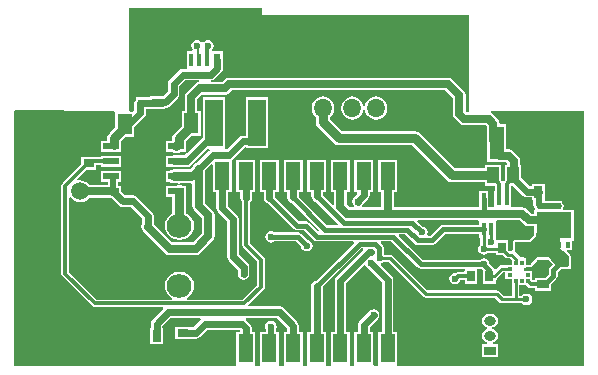
<source format=gbr>
%TF.GenerationSoftware,Altium Limited,Altium Designer,20.2.4 (192)*%
G04 Layer_Physical_Order=1*
G04 Layer_Color=255*
%FSLAX26Y26*%
%MOIN*%
%TF.SameCoordinates,588C5E66-93D0-4E9F-B3F3-82FDCAC5A583*%
%TF.FilePolarity,Positive*%
%TF.FileFunction,Copper,L1,Top,Signal*%
%TF.Part,Single*%
G01*
G75*
%TA.AperFunction,SMDPad,CuDef*%
%ADD10R,0.015866X0.027953*%
%ADD11R,0.027559X0.035433*%
%ADD12R,0.016929X0.013780*%
%ADD13R,0.013780X0.016929*%
%ADD14R,0.038433X0.030000*%
%TA.AperFunction,ConnectorPad*%
%ADD15R,0.023622X0.043307*%
%ADD16R,0.015748X0.043307*%
%TA.AperFunction,SMDPad,CuDef*%
%ADD17R,0.090551X0.129921*%
%ADD18R,0.055118X0.021654*%
%ADD19R,0.048819X0.110630*%
%ADD20R,0.035433X0.027559*%
%ADD21R,0.059055X0.157480*%
%TA.AperFunction,ConnectorPad*%
%ADD22R,0.049213X0.094488*%
%TA.AperFunction,SMDPad,CuDef*%
%ADD23R,0.048819X0.068000*%
%ADD24R,0.011811X0.019685*%
%ADD25R,0.118110X0.086614*%
%ADD26R,0.016535X0.042000*%
%ADD27R,0.039370X0.055118*%
%ADD28R,0.030000X0.038433*%
%TA.AperFunction,Conductor*%
%ADD29C,0.027559*%
%ADD30C,0.019685*%
%ADD31C,0.031496*%
%ADD32C,0.023622*%
%ADD33C,0.015748*%
%ADD34C,0.013780*%
%ADD35C,0.009842*%
%ADD36C,0.017716*%
%ADD37C,0.011811*%
%TA.AperFunction,NonConductor*%
%ADD38C,0.007874*%
%TA.AperFunction,Conductor*%
%ADD39C,0.007874*%
%TA.AperFunction,ComponentPad*%
%ADD40O,0.082677X0.078740*%
%ADD41O,0.035433X0.076772*%
%ADD42O,0.041339X0.061024*%
%ADD43C,0.059055*%
%ADD44R,0.059055X0.059055*%
%ADD45O,0.059055X0.062992*%
%ADD46R,0.051181X0.068898*%
%TA.AperFunction,ViaPad*%
%ADD47C,0.157480*%
%TA.AperFunction,ComponentPad*%
%ADD48R,0.031496X0.040000*%
%ADD49O,0.031496X0.040000*%
%ADD50O,0.040000X0.031496*%
%ADD51R,0.040000X0.031496*%
%TA.AperFunction,ViaPad*%
%ADD52C,0.023622*%
%ADD53C,0.019685*%
G36*
X620704Y951126D02*
X613906Y949774D01*
X607004Y945162D01*
X578854Y917012D01*
X574242Y910110D01*
X572623Y901969D01*
Y854079D01*
X562402D01*
Y804831D01*
X538655Y781085D01*
X533608Y773532D01*
X531836Y764622D01*
X531836Y764621D01*
Y755707D01*
X530460Y754331D01*
X508661D01*
Y718504D01*
X530689D01*
X536366Y714711D01*
X545276Y712938D01*
X554185Y714711D01*
X559862Y718504D01*
X577595D01*
X580878Y714716D01*
X571847Y705685D01*
X535433D01*
X528624Y704331D01*
X508661D01*
Y668504D01*
X528624D01*
X535433Y667149D01*
X579828D01*
X587202Y668616D01*
X593453Y672793D01*
X649707Y729047D01*
X654367Y728544D01*
X655789Y724077D01*
X653108Y722286D01*
X611638Y680815D01*
X610953Y680679D01*
X604051Y676067D01*
X599439Y669165D01*
X599303Y668481D01*
X590521Y659699D01*
X535433D01*
X526524Y657927D01*
X521141Y654331D01*
X508661D01*
Y618504D01*
X521141D01*
X526524Y614908D01*
X535433Y613135D01*
X551774D01*
X552266Y608135D01*
X546271Y606943D01*
X542362Y604331D01*
X508661D01*
Y568504D01*
X531899D01*
Y513110D01*
X529784Y512234D01*
X520079Y504787D01*
X512633Y495082D01*
X507952Y483781D01*
X506355Y471654D01*
X507952Y459526D01*
X512633Y448225D01*
X520079Y438520D01*
X529784Y431074D01*
X541085Y426393D01*
X553212Y424796D01*
X557149D01*
X569277Y426393D01*
X580578Y431074D01*
X590283Y438520D01*
X597729Y448225D01*
X602410Y459526D01*
X604007Y471654D01*
X602410Y483781D01*
X597729Y495082D01*
X590283Y504787D01*
X580578Y512234D01*
X578463Y513110D01*
Y585433D01*
X577953Y587999D01*
Y604331D01*
X568000D01*
X564091Y606943D01*
X558096Y608135D01*
X558588Y613135D01*
X594488D01*
X597820Y610401D01*
Y538583D01*
X599439Y530441D01*
X604051Y523539D01*
X629458Y498132D01*
Y444978D01*
X600440Y415960D01*
X531809D01*
X469033Y478736D01*
Y502983D01*
X467566Y510357D01*
X463389Y516608D01*
X440451Y539545D01*
X439601Y540818D01*
X413645Y566774D01*
X407394Y570951D01*
X400021Y572417D01*
X374910D01*
X361417Y585910D01*
Y604331D01*
X351906D01*
Y618504D01*
X361417D01*
Y654331D01*
X292126D01*
Y618504D01*
X317385D01*
Y607692D01*
X254586D01*
X250874Y612531D01*
X243225Y618400D01*
X234318Y622089D01*
X224760Y623347D01*
X217486Y622390D01*
X215150Y627125D01*
X246883Y658858D01*
X277756D01*
Y674051D01*
X292126D01*
Y668504D01*
X361417D01*
Y704331D01*
X292126D01*
Y700544D01*
X277756D01*
Y700591D01*
X228150D01*
Y677592D01*
X165393Y614836D01*
X162522Y610538D01*
X161513Y605469D01*
X161514Y605468D01*
Y312101D01*
X161513Y312100D01*
X162522Y307031D01*
X165393Y302733D01*
X265071Y203056D01*
X265071Y203055D01*
X269369Y200184D01*
X274438Y199176D01*
X274439Y199176D01*
X499491D01*
X501562Y194176D01*
X465116Y157730D01*
X460939Y151479D01*
X459472Y144105D01*
Y130433D01*
X455906D01*
Y76260D01*
X501575D01*
Y130433D01*
X498008D01*
Y136124D01*
X525692Y163809D01*
X624664D01*
X626181Y158809D01*
X625155Y158124D01*
X600856Y133824D01*
X591339D01*
Y135422D01*
X541732D01*
Y93690D01*
X591339D01*
Y95288D01*
X608837D01*
X616210Y96755D01*
X622461Y100931D01*
X646761Y125231D01*
X754756D01*
X757307Y122681D01*
Y117323D01*
X744882D01*
Y10346D01*
X744882Y8661D01*
X741255Y5346D01*
X111546D01*
X106754Y4385D01*
X86126Y3844D01*
X75872Y5346D01*
X4518D01*
Y852535D01*
X5598D01*
X5603Y855691D01*
X170958D01*
X170957Y855691D01*
X174760Y852535D01*
X336807D01*
X341142Y850929D01*
X341142Y847535D01*
Y799123D01*
X322120Y780101D01*
X317073Y772548D01*
X315301Y763638D01*
X315301Y763637D01*
Y754331D01*
X292126D01*
Y718504D01*
X331385D01*
X338583Y717072D01*
X345781Y718504D01*
X361417D01*
Y738105D01*
X361865Y740354D01*
Y753994D01*
X376627Y768756D01*
X404134D01*
Y800895D01*
X437838Y834599D01*
X442014Y840850D01*
X443481Y848223D01*
Y861433D01*
X455980D01*
Y859394D01*
X508587D01*
Y863354D01*
X515248Y864679D01*
X521499Y868856D01*
X549058Y896415D01*
X553234Y902666D01*
X554701Y910039D01*
Y936310D01*
X574516Y956126D01*
X620212D01*
X620704Y951126D01*
D02*
G37*
G36*
X831290Y1172668D02*
X1520266D01*
Y854204D01*
X1520266Y852535D01*
X1516646Y849204D01*
X1513145D01*
X1509464Y852885D01*
Y906091D01*
X1507844Y914232D01*
X1503233Y921135D01*
X1465032Y959335D01*
X1458130Y963947D01*
X1449989Y965566D01*
X721457D01*
X713315Y963947D01*
X706413Y959335D01*
X698471Y951393D01*
X661284D01*
X660792Y956393D01*
X666822Y957593D01*
X673073Y961769D01*
X694727Y983423D01*
X698903Y989674D01*
X700370Y997047D01*
Y1025591D01*
X700000Y1027452D01*
Y1054331D01*
X666149D01*
X665200Y1055614D01*
X663934Y1059331D01*
X667407Y1064529D01*
X668874Y1071903D01*
X667407Y1079276D01*
X663231Y1085527D01*
X656980Y1089704D01*
X649606Y1091170D01*
X642233Y1089704D01*
X635982Y1085527D01*
X634390Y1083144D01*
X629390D01*
X627798Y1085527D01*
X621547Y1089704D01*
X614173Y1091170D01*
X606800Y1089704D01*
X600549Y1085527D01*
X596372Y1079276D01*
X594905Y1071903D01*
X596372Y1064529D01*
X599846Y1059331D01*
X598579Y1055614D01*
X597631Y1054331D01*
X579528D01*
Y996851D01*
X575434Y994662D01*
X566535D01*
X559162Y993195D01*
X552911Y989018D01*
X521809Y957916D01*
X517632Y951665D01*
X516165Y944291D01*
Y918020D01*
X501712Y903567D01*
X455980D01*
Y899969D01*
X425976D01*
X421186Y899016D01*
X410177D01*
Y891946D01*
X406412Y886311D01*
X404945Y878938D01*
Y856204D01*
X399670Y850929D01*
X392711D01*
X388377Y852535D01*
X388377Y855929D01*
Y1196290D01*
X831290D01*
Y1172668D01*
D02*
G37*
G36*
X1466914Y897279D02*
Y844073D01*
X1468534Y835931D01*
X1473145Y829029D01*
X1489289Y812886D01*
X1496191Y808274D01*
X1504333Y806654D01*
X1577013D01*
X1580694Y802973D01*
Y757525D01*
X1581103Y755470D01*
Y684494D01*
X1621173D01*
X1623228Y684085D01*
X1643491D01*
X1648016Y679559D01*
Y674479D01*
X1639036D01*
Y623921D01*
X1636794Y621679D01*
X1636215Y620813D01*
X1630937D01*
X1627225Y624580D01*
Y674479D01*
X1573681D01*
Y663115D01*
X1473805D01*
X1356820Y780100D01*
X1349267Y785147D01*
X1340357Y786919D01*
X1340357Y786919D01*
X1097064D01*
X1056747Y827236D01*
Y833525D01*
X1059579Y835697D01*
X1065447Y843346D01*
X1069137Y852253D01*
X1070395Y861811D01*
Y865748D01*
X1069137Y875306D01*
X1065447Y884213D01*
X1059579Y891861D01*
X1051930Y897730D01*
X1043023Y901420D01*
X1033465Y902678D01*
X1023907Y901420D01*
X1015000Y897730D01*
X1007352Y891861D01*
X1001483Y884213D01*
X997793Y875306D01*
X996535Y865748D01*
Y861811D01*
X997793Y852253D01*
X1001483Y843346D01*
X1007352Y835697D01*
X1010183Y833525D01*
Y817593D01*
X1010183Y817593D01*
X1011955Y808683D01*
X1017002Y801130D01*
X1070957Y747175D01*
X1070958Y747174D01*
X1078511Y742128D01*
X1087420Y740355D01*
X1087421Y740355D01*
X1330713D01*
X1447698Y623370D01*
X1455251Y618323D01*
X1464161Y616551D01*
X1464162Y616551D01*
X1573681D01*
Y605188D01*
X1607323D01*
Y588392D01*
X1605216D01*
Y533086D01*
X1584743D01*
Y588196D01*
X1554035D01*
Y533086D01*
X1270291D01*
Y583465D01*
X1280709D01*
Y692126D01*
X1217323D01*
Y583465D01*
X1227741D01*
Y533086D01*
X1166942D01*
X1165077Y538086D01*
X1168421Y543090D01*
X1168817Y545083D01*
X1183900Y560166D01*
X1188077Y566417D01*
X1189544Y573790D01*
Y583465D01*
X1201969D01*
Y692126D01*
X1138583D01*
Y583465D01*
X1145630D01*
X1147701Y578465D01*
X1136995Y567758D01*
X1132819Y561507D01*
X1131352Y554134D01*
Y550463D01*
X1132819Y543090D01*
X1136162Y538086D01*
X1134297Y533086D01*
X1122467D01*
X1112811Y542742D01*
Y583465D01*
X1123228D01*
Y692126D01*
X1059843D01*
Y583465D01*
X1070261D01*
Y541506D01*
X1065641Y539592D01*
X1033047Y572186D01*
Y583465D01*
X1044488D01*
Y692126D01*
X981102D01*
Y583465D01*
X994512D01*
Y569882D01*
X995978Y562508D01*
X1000155Y556258D01*
X1006406Y552081D01*
X1010903Y551186D01*
X1083752Y478338D01*
X1081838Y473718D01*
X1047854D01*
X953323Y568249D01*
Y583465D01*
X965748D01*
Y692126D01*
X902362D01*
Y583465D01*
X914787D01*
Y565945D01*
X916254Y558571D01*
X920431Y552321D01*
X926682Y548144D01*
X931179Y547249D01*
X1020180Y458248D01*
X1018534Y452823D01*
X1017728Y452663D01*
X988148Y482243D01*
X983200Y485549D01*
X977362Y486710D01*
X954153D01*
X874583Y566281D01*
Y583465D01*
X887008D01*
Y692126D01*
X823622D01*
Y583465D01*
X836047D01*
Y563976D01*
X837514Y556603D01*
X841691Y550352D01*
X847942Y546175D01*
X852439Y545281D01*
X937049Y460671D01*
X941997Y457364D01*
X947835Y456203D01*
X971044D01*
X1003387Y423860D01*
X1008336Y420553D01*
X1014173Y419392D01*
X1134826D01*
X1136740Y414773D01*
X1009919Y287952D01*
X1005422Y287058D01*
X999171Y282881D01*
X994994Y276630D01*
X993528Y269256D01*
Y117323D01*
X981102D01*
Y10346D01*
X981102Y8661D01*
X977476Y5346D01*
X969375D01*
X965748Y8661D01*
X965748Y10346D01*
Y117323D01*
X953323D01*
Y138402D01*
X951856Y145775D01*
X947680Y152026D01*
X903005Y196701D01*
X896754Y200878D01*
X889380Y202344D01*
X787378D01*
X785307Y207344D01*
X836138Y258176D01*
X836139Y258176D01*
X839010Y262473D01*
X840018Y267543D01*
X840018Y267543D01*
Y358090D01*
X839010Y363159D01*
X836139Y367457D01*
X836138Y367457D01*
X790806Y412789D01*
Y550234D01*
X791183Y550486D01*
X791380Y550683D01*
X795557Y556934D01*
X797024Y564307D01*
Y583465D01*
X808268D01*
Y692126D01*
X744882D01*
Y583465D01*
X758488D01*
Y565100D01*
X758291Y564111D01*
X759758Y556737D01*
X763935Y550486D01*
X764312Y550234D01*
Y407303D01*
X764312Y407303D01*
X765321Y402233D01*
X768192Y397936D01*
X813525Y352603D01*
Y273029D01*
X766164Y225669D01*
X580596D01*
X579601Y230669D01*
X580578Y231074D01*
X590283Y238520D01*
X597729Y248225D01*
X602410Y259526D01*
X604007Y271654D01*
X602410Y283781D01*
X597729Y295082D01*
X590283Y304787D01*
X580578Y312233D01*
X569277Y316915D01*
X557149Y318511D01*
X553212D01*
X541085Y316915D01*
X529784Y312233D01*
X520079Y304787D01*
X512633Y295082D01*
X507951Y283781D01*
X506355Y271654D01*
X507951Y259526D01*
X512633Y248225D01*
X520079Y238520D01*
X529784Y231074D01*
X530761Y230669D01*
X529766Y225669D01*
X279925D01*
X188007Y317587D01*
Y565188D01*
X192478Y567681D01*
X193007Y567654D01*
X198647Y560304D01*
X206295Y554435D01*
X215202Y550746D01*
X224760Y549487D01*
X234318Y550746D01*
X243225Y554435D01*
X250874Y560304D01*
X254586Y565142D01*
X327688D01*
X353305Y539525D01*
X359556Y535348D01*
X366929Y533882D01*
X392040D01*
X411501Y514420D01*
X412352Y513147D01*
X430497Y495002D01*
Y476638D01*
X430110Y476058D01*
X428490Y467917D01*
X430110Y459775D01*
X434721Y452873D01*
X507953Y379641D01*
X514855Y375029D01*
X522997Y373410D01*
X609252D01*
X617394Y375030D01*
X624296Y379641D01*
X665776Y421122D01*
X670388Y428024D01*
X672008Y436166D01*
Y506945D01*
X670388Y515086D01*
X665776Y521988D01*
X640370Y547395D01*
Y655050D01*
X661522Y676203D01*
X666142Y674289D01*
Y583465D01*
X678567D01*
Y530646D01*
X680034Y523273D01*
X684210Y517022D01*
X714000Y487232D01*
Y368318D01*
X715467Y360945D01*
X719643Y354694D01*
X749641Y324696D01*
Y310747D01*
X751108Y303374D01*
X755284Y297123D01*
X761535Y292946D01*
X768909Y291479D01*
X776282Y292946D01*
X782533Y297123D01*
X786710Y303374D01*
X788177Y310747D01*
Y332677D01*
X786710Y340051D01*
X782533Y346302D01*
X752535Y376300D01*
Y495213D01*
X751069Y502586D01*
X746892Y508837D01*
X717102Y538627D01*
Y583465D01*
X729528D01*
Y691326D01*
X735081Y695037D01*
X773346Y733303D01*
X778346Y732700D01*
Y729134D01*
X851575D01*
Y900787D01*
X778346D01*
Y772264D01*
X765791D01*
X758418Y770797D01*
X752167Y766621D01*
X713476Y727929D01*
X710407D01*
X705906Y729134D01*
X705905Y732929D01*
Y900787D01*
X632677D01*
Y766515D01*
X581741Y715579D01*
X577953Y718862D01*
Y743813D01*
X578400Y746063D01*
X578400Y746063D01*
Y754978D01*
X595327Y771905D01*
X625394D01*
Y854079D01*
X615173D01*
Y893156D01*
X630860Y908843D01*
X707283D01*
X715425Y910463D01*
X722327Y915074D01*
X730269Y923016D01*
X1441176D01*
X1466914Y897279D01*
D02*
G37*
G36*
X1699131Y571387D02*
X1705381Y567211D01*
X1712755Y565744D01*
X1729403D01*
Y558708D01*
X1735228D01*
Y540819D01*
X1736542Y534214D01*
X1740284Y528614D01*
X1741063Y527835D01*
X1738992Y522835D01*
X1737008D01*
Y512021D01*
X1727712D01*
X1712878Y526855D01*
X1705976Y531466D01*
X1697835Y533086D01*
X1661515D01*
Y588196D01*
X1659407D01*
Y605188D01*
X1665330D01*
X1699131Y571387D01*
D02*
G37*
G36*
X1554035Y488195D02*
Y475363D01*
X1433140D01*
X1427303Y474202D01*
X1422354Y470895D01*
X1389449Y437990D01*
X1384010D01*
X1381394Y442990D01*
X1382690Y449508D01*
X1381223Y456881D01*
X1377047Y463132D01*
X1370796Y467309D01*
X1366299Y468204D01*
X1348585Y485917D01*
X1350499Y490536D01*
X1550004D01*
X1554035Y488195D01*
D02*
G37*
G36*
X1703856Y475702D02*
X1710758Y471091D01*
X1718900Y469471D01*
X1737008D01*
Y448029D01*
X1736876Y447486D01*
X1736900Y447332D01*
X1736869Y447179D01*
X1736869Y440001D01*
X1720432Y423564D01*
X1712205D01*
Y423581D01*
X1670473D01*
Y423016D01*
X1670463Y423014D01*
X1668119Y421448D01*
X1666553Y419103D01*
X1666003Y416339D01*
Y391389D01*
X1661003Y387286D01*
X1660433Y387399D01*
X1654284D01*
X1650394Y391289D01*
Y423581D01*
X1612780D01*
X1609601Y427702D01*
X1610334Y432022D01*
X1610334Y432022D01*
Y488195D01*
X1614364Y490536D01*
X1689022D01*
X1703856Y475702D01*
D02*
G37*
G36*
X1554035Y432022D02*
X1557146D01*
Y409232D01*
X1555765Y408309D01*
X1551588Y402058D01*
X1550121Y394685D01*
X1551588Y387312D01*
X1555765Y381061D01*
X1562015Y376884D01*
X1569389Y375417D01*
X1576763Y376884D01*
X1581840Y380277D01*
X1608661D01*
Y373975D01*
X1633080D01*
X1640555Y366499D01*
X1644527Y363845D01*
X1649213Y362913D01*
X1655362D01*
X1662205Y356070D01*
Y341915D01*
X1641142D01*
Y340182D01*
X1629528D01*
X1624842Y339250D01*
X1620870Y336596D01*
X1613677Y329402D01*
X1608918Y328177D01*
Y328177D01*
X1608917Y328177D01*
X1602195D01*
X1602144Y328432D01*
X1598838Y333381D01*
X1588077Y344141D01*
X1586653Y351298D01*
X1582476Y357549D01*
X1576226Y361726D01*
X1568852Y363193D01*
X1561478Y361726D01*
X1557036Y358757D01*
X1365177D01*
X1285343Y438591D01*
X1287256Y443211D01*
X1308642D01*
X1339903Y411950D01*
X1344852Y408644D01*
X1350689Y407483D01*
X1395768D01*
X1401605Y408644D01*
X1406554Y411950D01*
X1439459Y444855D01*
X1554035D01*
Y432022D01*
D02*
G37*
G36*
X1824803Y397638D02*
X1834646Y387795D01*
X1853346Y369094D01*
X1853347Y339165D01*
X1849811Y335630D01*
X1816929Y335630D01*
X1794020Y358539D01*
Y362063D01*
X1790496D01*
X1786417Y366142D01*
X1748032D01*
X1743953Y362063D01*
X1741413D01*
Y359524D01*
X1725394Y343504D01*
Y341915D01*
X1709842D01*
Y362978D01*
X1705919D01*
X1702756Y366142D01*
X1692085Y366142D01*
X1673228Y384999D01*
Y416339D01*
X1723425D01*
X1742126Y435039D01*
X1744095Y437008D01*
X1744094Y447179D01*
X1749095Y451772D01*
X1824803D01*
Y397638D01*
D02*
G37*
G36*
X1903981Y853726D02*
Y852535D01*
X1904125D01*
Y205552D01*
X1904814Y204796D01*
Y204796D01*
Y204796D01*
D01*
X1904814Y43236D01*
X1904125Y42479D01*
Y5346D01*
X1833576D01*
X1823322Y3844D01*
X1802694Y4385D01*
X1797903Y5346D01*
X1284335D01*
X1280709Y8661D01*
X1280709Y10346D01*
Y117323D01*
X1268284D01*
Y290570D01*
X1266817Y297944D01*
X1262640Y304195D01*
X1226359Y340476D01*
X1228005Y345902D01*
X1230665Y346431D01*
X1236337Y350221D01*
X1251995D01*
X1366995Y235221D01*
X1370967Y232567D01*
X1375652Y231635D01*
X1606949D01*
X1621164Y217420D01*
X1625136Y214766D01*
X1629821Y213834D01*
X1697212D01*
X1698135Y212453D01*
X1704386Y208276D01*
X1711760Y206809D01*
X1719133Y208276D01*
X1725384Y212453D01*
X1729561Y218703D01*
X1731027Y226077D01*
X1729561Y233451D01*
X1725384Y239701D01*
X1719133Y243878D01*
X1711760Y245345D01*
X1704386Y243878D01*
X1698135Y239701D01*
X1697212Y238320D01*
X1688424D01*
Y273215D01*
X1709842D01*
X1709842Y273214D01*
Y273214D01*
X1713473Y270298D01*
X1716681Y267089D01*
X1721304Y264000D01*
X1726758Y262915D01*
X1741413D01*
Y254079D01*
X1794020D01*
Y276680D01*
X1811451Y294112D01*
X1814758Y299060D01*
X1815919Y304898D01*
Y316459D01*
X1827865Y328404D01*
X1849811Y328404D01*
X1850219Y328486D01*
X1858980D01*
Y334841D01*
X1860022Y336400D01*
X1860572Y339165D01*
X1860572Y369094D01*
X1860022Y371859D01*
X1858456Y374203D01*
X1846727Y385932D01*
X1848641Y390551D01*
X1863386D01*
Y422047D01*
X1869291D01*
Y522835D01*
X1834908D01*
X1832866Y527835D01*
X1834845Y530796D01*
X1836159Y537402D01*
X1834845Y544007D01*
X1831890Y548429D01*
Y554331D01*
X1820565D01*
X1818898Y554662D01*
X1775879D01*
X1773576Y558709D01*
Y611315D01*
X1729403D01*
Y604279D01*
X1720736D01*
X1692579Y632437D01*
Y674479D01*
X1690566D01*
Y688372D01*
X1688947Y696513D01*
X1684335Y703415D01*
X1667347Y720404D01*
X1660445Y725015D01*
X1652303Y726635D01*
X1644095D01*
Y809297D01*
X1623244D01*
Y811785D01*
X1621624Y819927D01*
X1617012Y826829D01*
X1600869Y842973D01*
X1593967Y847585D01*
X1594707Y852535D01*
X1728871D01*
X1730492Y854012D01*
X1903981Y853726D01*
D02*
G37*
G36*
X1785387Y356954D02*
X1787499Y355542D01*
X1788910Y353430D01*
X1799329Y343012D01*
X1789879Y333563D01*
X1786573Y328614D01*
X1785412Y322777D01*
Y311216D01*
X1772448Y298252D01*
X1741413D01*
Y291416D01*
X1732660D01*
X1730905Y293170D01*
Y294278D01*
Y322230D01*
X1705118D01*
Y331876D01*
X1709842D01*
Y333648D01*
X1730905D01*
Y337409D01*
X1732069Y339150D01*
X1732270Y340162D01*
X1746523Y354414D01*
X1747540Y355937D01*
X1749062Y356954D01*
X1751024Y358916D01*
X1783425D01*
X1785387Y356954D01*
D02*
G37*
G36*
X1348072Y332718D02*
X1353021Y329411D01*
X1358859Y328250D01*
X1500405D01*
X1505374Y328177D01*
X1505374Y321159D01*
X1501839Y317624D01*
X1484759D01*
X1479306Y316539D01*
X1475520Y314009D01*
X1473805Y314350D01*
X1466431Y312884D01*
X1460180Y308707D01*
X1456004Y302456D01*
X1454537Y295082D01*
X1456004Y287709D01*
X1460180Y281458D01*
X1466431Y277281D01*
X1473805Y275815D01*
X1481178Y277281D01*
X1487429Y281458D01*
X1491606Y287709D01*
X1491887Y289124D01*
X1505374D01*
Y278571D01*
X1547107D01*
X1547107Y328177D01*
X1552076Y328250D01*
X1558296D01*
X1561478Y326124D01*
X1563316Y325758D01*
X1567185Y321889D01*
Y278571D01*
X1608918D01*
Y291917D01*
X1609648Y292063D01*
X1613620Y294717D01*
X1634599Y315696D01*
X1641142D01*
Y294278D01*
X1662205D01*
Y273215D01*
X1663938D01*
Y238320D01*
X1634892D01*
X1620677Y252535D01*
X1616705Y255189D01*
X1612020Y256121D01*
X1380723D01*
X1265723Y371121D01*
X1261751Y373775D01*
X1257066Y374707D01*
X1239020D01*
X1236916Y377857D01*
X1235533Y378780D01*
Y398884D01*
X1234372Y404722D01*
X1231066Y409670D01*
X1225964Y414773D01*
X1227877Y419392D01*
X1261398D01*
X1348072Y332718D01*
D02*
G37*
G36*
X1175857Y338293D02*
X1179505Y332832D01*
X1229748Y282589D01*
Y117323D01*
X1217323D01*
Y10346D01*
X1217323Y8661D01*
X1213697Y5346D01*
X1205595D01*
X1201969Y8661D01*
X1201969Y10346D01*
Y117323D01*
X1189544D01*
Y134226D01*
X1215790Y160472D01*
X1219966Y166723D01*
X1221433Y174097D01*
X1219966Y181470D01*
X1215790Y187721D01*
X1209539Y191898D01*
X1202165Y193364D01*
X1194792Y191898D01*
X1188541Y187721D01*
X1156651Y155832D01*
X1152475Y149581D01*
X1151008Y142207D01*
Y117323D01*
X1138583D01*
Y10346D01*
X1138583Y8661D01*
X1134956Y5346D01*
X1126855D01*
X1123229Y8661D01*
X1123228Y10346D01*
Y117323D01*
X1110803D01*
Y280310D01*
X1170446Y339952D01*
X1175857Y338293D01*
D02*
G37*
G36*
X1165371Y395876D02*
X1167208Y391213D01*
X1077911Y301915D01*
X1073735Y295664D01*
X1072268Y288291D01*
Y117323D01*
X1059843D01*
Y10346D01*
X1059843Y8661D01*
X1056216Y5346D01*
X1048115D01*
X1044488Y8661D01*
X1044488Y10346D01*
Y117323D01*
X1032063D01*
Y266952D01*
X1161401Y396290D01*
X1165371Y395876D01*
D02*
G37*
G36*
X914787Y130421D02*
Y117323D01*
X902362D01*
Y10346D01*
X902362Y8661D01*
X898736Y5346D01*
X890635D01*
X887008Y8661D01*
X887008Y10346D01*
Y117323D01*
X876744D01*
Y127240D01*
X877284Y128048D01*
X878751Y135422D01*
X877284Y142795D01*
X873107Y149046D01*
X866856Y153223D01*
X859483Y154690D01*
X852110Y153223D01*
X845859Y149046D01*
X841682Y142795D01*
X840215Y135422D01*
X841682Y128048D01*
X842222Y127240D01*
Y117323D01*
X823622D01*
Y10346D01*
X823622Y8661D01*
X819995Y5346D01*
X811894D01*
X808268Y8661D01*
X808268Y10346D01*
Y117323D01*
X795843D01*
Y130662D01*
X794376Y138035D01*
X790199Y144286D01*
X776362Y158124D01*
X775336Y158809D01*
X776853Y163809D01*
X881399D01*
X914787Y130421D01*
D02*
G37*
%LPC*%
G36*
X1210630Y902678D02*
X1201072Y901420D01*
X1192165Y897730D01*
X1184516Y891861D01*
X1178648Y884213D01*
X1174958Y875306D01*
X1173833Y866756D01*
X1173700Y865748D01*
X1168820D01*
X1168687Y866756D01*
X1167561Y875306D01*
X1163872Y884213D01*
X1158003Y891861D01*
X1150355Y897730D01*
X1141448Y901420D01*
X1131890Y902678D01*
X1122332Y901420D01*
X1113425Y897730D01*
X1105776Y891861D01*
X1099907Y884213D01*
X1096218Y875306D01*
X1094960Y865748D01*
Y861811D01*
X1096218Y852253D01*
X1099907Y843346D01*
X1105776Y835697D01*
X1113425Y829829D01*
X1122332Y826139D01*
X1131890Y824881D01*
X1141448Y826139D01*
X1150355Y829829D01*
X1158003Y835697D01*
X1163872Y843346D01*
X1167561Y852253D01*
X1168687Y860803D01*
X1168820Y861811D01*
X1173700D01*
X1173833Y860803D01*
X1174958Y852253D01*
X1178648Y843346D01*
X1184516Y835697D01*
X1192165Y829829D01*
X1201072Y826139D01*
X1210630Y824881D01*
X1220188Y826139D01*
X1229095Y829829D01*
X1236743Y835697D01*
X1242612Y843346D01*
X1246302Y852253D01*
X1247560Y861811D01*
Y865748D01*
X1246302Y875306D01*
X1242612Y884213D01*
X1236743Y891861D01*
X1229095Y897730D01*
X1220188Y901420D01*
X1210630Y902678D01*
D02*
G37*
G36*
X860236Y453913D02*
X852863Y452447D01*
X846612Y448270D01*
X842435Y442019D01*
X840968Y434646D01*
X842435Y427272D01*
X846612Y421021D01*
X852863Y416845D01*
X860236Y415378D01*
X867610Y416845D01*
X871422Y419392D01*
X943879D01*
X960775Y402496D01*
X961669Y397998D01*
X965846Y391748D01*
X972097Y387571D01*
X979471Y386104D01*
X986844Y387571D01*
X993095Y391748D01*
X997272Y397998D01*
X998738Y405372D01*
X997272Y412745D01*
X993095Y418996D01*
X986844Y423173D01*
X982347Y424068D01*
X960983Y445432D01*
X956034Y448738D01*
X950197Y449899D01*
X871422D01*
X867610Y452447D01*
X860236Y453913D01*
D02*
G37*
G36*
X1593819Y178794D02*
X1585315D01*
X1576405Y177022D01*
X1568852Y171975D01*
X1563805Y164421D01*
X1562033Y155512D01*
X1563805Y146602D01*
X1568852Y139049D01*
X1576405Y134002D01*
X1581137Y133061D01*
Y127963D01*
X1576405Y127022D01*
X1568852Y121975D01*
X1563805Y114421D01*
X1562033Y105512D01*
X1563805Y96602D01*
X1568852Y89049D01*
X1576405Y84002D01*
X1579701Y83346D01*
X1579209Y78346D01*
X1562480D01*
Y32677D01*
X1616653D01*
Y78346D01*
X1599925D01*
X1599433Y83346D01*
X1602728Y84002D01*
X1610282Y89049D01*
X1615329Y96602D01*
X1617101Y105512D01*
X1615329Y114421D01*
X1610282Y121975D01*
X1602728Y127022D01*
X1597997Y127963D01*
Y133061D01*
X1602728Y134002D01*
X1610282Y139049D01*
X1615329Y146602D01*
X1617101Y155512D01*
X1615329Y164421D01*
X1610282Y171975D01*
X1602728Y177022D01*
X1593819Y178794D01*
D02*
G37*
%LPD*%
D10*
X425197Y877953D02*
D03*
Y956693D02*
D03*
D11*
X1526241Y303374D02*
D03*
X1588052D02*
D03*
X1691339Y398778D02*
D03*
X1629528D02*
D03*
D12*
X1656693Y347624D02*
D03*
Y327939D02*
D03*
Y308254D02*
D03*
Y288569D02*
D03*
X1715354D02*
D03*
Y308254D02*
D03*
Y327939D02*
D03*
Y347624D02*
D03*
D13*
X1676181Y288766D02*
D03*
X1695866D02*
D03*
Y347427D02*
D03*
X1676181D02*
D03*
D14*
X1767716Y276165D02*
D03*
Y339976D02*
D03*
X1832677Y350572D02*
D03*
Y286761D02*
D03*
X482284Y945291D02*
D03*
Y881480D02*
D03*
D15*
X559055Y1025591D02*
D03*
X681102D02*
D03*
D16*
X594488D02*
D03*
X620079D02*
D03*
X645669D02*
D03*
D17*
X435039Y661417D02*
D03*
D18*
X326772Y736417D02*
D03*
Y686417D02*
D03*
Y636417D02*
D03*
Y586417D02*
D03*
X543307Y736417D02*
D03*
Y686417D02*
D03*
Y636417D02*
D03*
Y586417D02*
D03*
D19*
X1612599Y746895D02*
D03*
X1495669D02*
D03*
D20*
X566535Y114556D02*
D03*
Y52745D02*
D03*
X252953Y679724D02*
D03*
Y741535D02*
D03*
D21*
X814961Y814961D02*
D03*
X669291D02*
D03*
D22*
X697835Y62992D02*
D03*
X776575D02*
D03*
X855315D02*
D03*
X934055D02*
D03*
X1012795D02*
D03*
X1091536D02*
D03*
X1170276D02*
D03*
X1249016D02*
D03*
X697835Y637795D02*
D03*
X776575D02*
D03*
X855315D02*
D03*
X934055D02*
D03*
X1012795D02*
D03*
X1091536D02*
D03*
X1170276D02*
D03*
X1249016D02*
D03*
D23*
X476969Y812992D02*
D03*
X593898D02*
D03*
X255709Y809842D02*
D03*
X372638D02*
D03*
D24*
X1850394Y537402D02*
D03*
X1818898D02*
D03*
X1787402D02*
D03*
X1755906D02*
D03*
X1850394Y407480D02*
D03*
X1818898D02*
D03*
X1787402D02*
D03*
X1755906D02*
D03*
D25*
X1803150Y472441D02*
D03*
D26*
X1646161Y560109D02*
D03*
X1620570Y560306D02*
D03*
X1594979Y560109D02*
D03*
X1569389D02*
D03*
Y460109D02*
D03*
X1594979D02*
D03*
X1620570D02*
D03*
X1646161D02*
D03*
D27*
X1665807Y639833D02*
D03*
X1600453D02*
D03*
D28*
X1815300Y585012D02*
D03*
X1751489D02*
D03*
D29*
X333661Y586417D02*
X334646Y585433D01*
X224760Y586417D02*
X333661D01*
X619095Y538583D02*
X650733Y506945D01*
X619095Y538583D02*
Y661024D01*
X650733Y436166D02*
Y506945D01*
X609252Y394685D02*
X650733Y436166D01*
X522997Y394685D02*
X609252D01*
X449765Y467917D02*
X522997Y394685D01*
X1664035Y639833D02*
X1669291Y645089D01*
X1652303Y705360D02*
X1669291Y688372D01*
X1623228Y705360D02*
X1652303D01*
X1612599Y715990D02*
X1623228Y705360D01*
X1669291Y645089D02*
Y688372D01*
X844488Y944291D02*
X1449989D01*
X721457D02*
X844488D01*
X707283Y930118D02*
X721457Y944291D01*
X1488189Y844073D02*
Y906091D01*
X1601969Y757525D02*
Y811785D01*
X1585825Y827929D02*
X1601969Y811785D01*
X1488189Y844073D02*
X1504333Y827929D01*
X1585825D01*
X1612599Y715990D02*
Y746895D01*
X1601969Y757525D02*
X1612599Y746895D01*
X1569389Y511811D02*
X1697835D01*
X1249016D02*
X1569389D01*
X1113654D02*
X1249016D01*
X1091536Y533930D02*
X1113654Y511811D01*
X1697835D02*
X1718900Y490746D01*
X1784844D01*
X1091536Y533930D02*
Y637795D01*
X1249016Y511811D02*
Y637795D01*
X1784844Y490746D02*
X1803150Y472441D01*
X1449989Y944291D02*
X1488189Y906091D01*
X622047Y930118D02*
X707283D01*
X593898Y901969D02*
X622047Y930118D01*
X593898Y812992D02*
Y901969D01*
D30*
X535433Y586417D02*
X554197D01*
X555181Y585433D01*
X859483Y67160D02*
Y135422D01*
X1664035Y633731D02*
Y639833D01*
X1236220Y650591D02*
X1249016Y637795D01*
X855315Y62992D02*
X859483Y67160D01*
X1752489Y540819D02*
X1755906Y537403D01*
X1752489Y540819D02*
Y585012D01*
X673228Y779817D02*
Y807087D01*
X334646Y585433D02*
Y586417D01*
Y636417D01*
X1755906Y537402D02*
Y537403D01*
X1787402Y537402D02*
X1818898D01*
X1755906D02*
X1787402D01*
D31*
X555181Y470936D02*
Y585433D01*
X1033465Y817593D02*
X1087420Y763637D01*
X1340357D02*
X1464161Y639833D01*
X1087420Y763637D02*
X1340357D01*
X545276Y736221D02*
X555118Y746063D01*
Y764622D02*
X593898Y803402D01*
X555118Y746063D02*
Y764622D01*
X593898Y803402D02*
Y812992D01*
X338583Y740354D02*
Y763638D01*
X378346Y803402D01*
X1033465Y817593D02*
Y863779D01*
X1464161Y639833D02*
X1602225D01*
X535433Y636417D02*
X594488D01*
D32*
X619095Y661024D02*
X666732Y708661D01*
X594488Y636417D02*
X619095Y661024D01*
X425976Y526772D02*
X449765Y502983D01*
Y467917D02*
Y502983D01*
X425976Y526772D02*
Y527194D01*
X400021Y553150D02*
X425976Y527194D01*
X366929Y553150D02*
X400021D01*
X777559Y564111D02*
X777756Y564307D01*
Y636614D01*
X776575Y637795D02*
X777756Y636614D01*
X638780Y144499D02*
X762737D01*
X776575Y62992D02*
Y130662D01*
X733268Y368318D02*
X768909Y332677D01*
Y310747D02*
Y332677D01*
X733268Y368318D02*
Y495213D01*
X372638Y809842D02*
X385833D01*
X1664035Y633731D02*
X1712755Y585012D01*
X1752489D01*
X697835Y530646D02*
Y637795D01*
Y530646D02*
X733268Y495213D01*
X1013779Y569882D02*
Y636811D01*
X934055Y565945D02*
Y637795D01*
X855315Y563976D02*
Y637795D01*
X1188284Y385039D02*
X1193508D01*
X1091536Y288291D02*
X1188284Y385039D01*
X1012795Y62992D02*
Y269256D01*
X1091536Y62992D02*
Y288291D01*
X1193130Y346457D02*
X1249016Y290570D01*
Y62992D02*
Y290570D01*
X1150620Y550463D02*
Y554134D01*
X1170276Y573790D01*
Y637795D01*
X517712Y183077D02*
X889380D01*
X934055Y62992D02*
Y138402D01*
X889380Y183077D02*
X934055Y138402D01*
X1170276Y62992D02*
Y142207D01*
X1202165Y174097D01*
X478740Y144105D02*
X517712Y183077D01*
X478740Y103347D02*
Y144105D01*
X762737Y144499D02*
X776575Y130662D01*
X608837Y114556D02*
X638780Y144499D01*
X566535Y114556D02*
X608837D01*
X378346Y812992D02*
Y821845D01*
X424213Y878938D02*
X425197Y879921D01*
X385833Y809842D02*
X424213Y848223D01*
X425197Y879921D02*
X425976Y880701D01*
X424213Y848223D02*
Y878938D01*
X535433Y944291D02*
X566535Y975394D01*
X659449D01*
X681102Y997047D01*
Y1025591D01*
X765791Y752996D02*
X797244D01*
X797694Y753446D01*
Y763638D01*
X721457Y708661D02*
X765791Y752996D01*
X666732Y708661D02*
X721457D01*
X579828Y686417D02*
X673228Y779817D01*
X535433Y686417D02*
X579828D01*
X334646Y585433D02*
X366929Y553150D01*
X378346Y803402D02*
Y812992D01*
X480504Y880701D02*
X482284Y882480D01*
X425976Y880701D02*
X480504D01*
X507874Y882480D02*
X535433Y910039D01*
Y944291D01*
X482284Y882480D02*
X507874D01*
D33*
X1588052Y303374D02*
Y322595D01*
X1358859Y343504D02*
X1568431D01*
X1800665Y322777D02*
X1827461Y349572D01*
X1800665Y304898D02*
Y322777D01*
X1772933Y277165D02*
X1800665Y304898D01*
X1568852Y341794D02*
X1588052Y322595D01*
X1568852Y341794D02*
Y343925D01*
X1568431Y343504D02*
X1568852Y343925D01*
X1267717Y434646D02*
X1358859Y343504D01*
X855315Y563976D02*
X947835Y471457D01*
X977362D02*
X1014173Y434646D01*
X947835Y471457D02*
X977362D01*
X1664035Y630187D02*
Y633731D01*
X1569389Y511811D02*
Y560109D01*
X1012795Y637795D02*
X1013779Y636811D01*
X1014173Y434646D02*
X1267717D01*
X1207353Y411811D02*
X1220280Y398884D01*
X1155350Y411811D02*
X1207353D01*
X1012795Y269256D02*
X1155350Y411811D01*
X860236Y434646D02*
X950197D01*
X979471Y405372D01*
X980315Y404528D01*
X1041535Y458465D02*
X1314961D01*
X934055Y565945D02*
X1041535Y458465D01*
X1220280Y367244D02*
Y398884D01*
X1013779Y569882D02*
X1102362Y481299D01*
X1331631D01*
X1314961Y458465D02*
X1350689Y422736D01*
X1331631Y481299D02*
X1363422Y449508D01*
X1350689Y422736D02*
X1395768D01*
X1433140Y460109D01*
X1569389D01*
X559055Y1025591D02*
Y1071903D01*
D34*
X1484759Y303374D02*
X1526241D01*
X1716702Y288569D02*
X1716929D01*
X1716702Y287221D02*
X1726758Y277165D01*
X1767716D01*
X1476468Y295082D02*
X1484759Y303374D01*
X1473805Y295082D02*
X1476468D01*
D35*
X1629821Y226077D02*
X1676181D01*
X1375652Y243878D02*
X1612020D01*
X1629821Y226077D01*
X1257066Y362464D02*
X1375652Y243878D01*
X1676181Y226077D02*
X1711760D01*
X1676181D02*
Y288766D01*
X1220280Y367244D02*
X1223292Y364232D01*
X1629528Y327939D02*
X1656693D01*
X1604962Y303374D02*
X1629528Y327939D01*
X1588052Y303374D02*
X1604962D01*
X1569389Y392520D02*
X1623269D01*
X1676154Y347454D02*
X1676181Y347427D01*
X1676154Y347454D02*
Y359435D01*
X1660433Y375156D02*
X1676154Y359435D01*
X1629528Y394841D02*
Y398778D01*
Y394841D02*
X1649213Y375156D01*
X1660433D01*
X1627683Y392520D02*
X1630776Y389427D01*
X1223292Y364232D02*
X1225060Y362464D01*
X1257066D01*
X1569389Y403052D02*
Y460109D01*
Y403052D02*
X1572022Y400419D01*
X1593897Y416339D02*
X1594438Y416880D01*
X1593897Y461192D02*
X1594438Y460650D01*
Y416880D02*
Y460650D01*
D36*
X1827461Y349572D02*
X1832677D01*
X1767716Y277165D02*
X1772933D01*
D37*
X777559Y407303D02*
X826772Y358090D01*
X777559Y407303D02*
Y564111D01*
X826772Y267543D02*
Y358090D01*
X771651Y212422D02*
X826772Y267543D01*
X274438Y212422D02*
X771651D01*
X174760Y312100D02*
X274438Y212422D01*
X249016Y679724D02*
X252953D01*
X174760Y605469D02*
X249016Y679724D01*
X174760Y312100D02*
Y605469D01*
X333765Y687298D02*
X334646Y686417D01*
X252953Y679724D02*
X260526Y687298D01*
X333765D01*
X645669Y1025591D02*
Y1064770D01*
X649606Y1068707D01*
Y1071903D01*
X1646161Y560109D02*
Y612313D01*
X1664035Y630187D01*
X1620570Y560306D02*
Y611842D01*
X1602224Y630187D02*
X1620570Y611842D01*
X1602224Y630187D02*
Y639833D01*
D38*
X1695866Y289138D02*
X1698819Y286185D01*
D39*
X617126Y1028543D02*
X620079Y1025591D01*
X617126Y1028543D02*
Y1068950D01*
X614173Y1071903D02*
X617126Y1068950D01*
X1833533Y714567D02*
X1874308Y673791D01*
Y569882D02*
Y673791D01*
Y561907D02*
Y569882D01*
X1850099Y537697D02*
X1874308Y561907D01*
X1820866Y714567D02*
X1833533D01*
X75987Y136611D02*
X172244Y40354D01*
X1850099Y537697D02*
X1850394Y537402D01*
D40*
X330181Y271654D02*
D03*
Y471654D02*
D03*
X555181Y271654D02*
D03*
X555181Y471654D02*
D03*
D41*
X448819Y1138780D02*
D03*
X791339D02*
D03*
D42*
X478346Y1019685D02*
D03*
X761811D02*
D03*
D43*
X224760Y586417D02*
D03*
D44*
X124760D02*
D03*
D45*
X1309055Y863779D02*
D03*
X1210630D02*
D03*
X1131890D02*
D03*
X1033465D02*
D03*
D46*
X1423228Y838583D02*
D03*
X919291D02*
D03*
X889764Y1053543D02*
D03*
X1452756D02*
D03*
D47*
X88583Y767716D02*
D03*
X1820866Y124016D02*
D03*
Y767716D02*
D03*
X88583Y124016D02*
D03*
D48*
X478740Y103347D02*
D03*
D49*
X428740D02*
D03*
D50*
X1589567Y205512D02*
D03*
Y155512D02*
D03*
Y105512D02*
D03*
D51*
Y55512D02*
D03*
D52*
X482284Y530709D02*
D03*
X551378Y394685D02*
D03*
X1395768Y267697D02*
D03*
X1427953Y212422D02*
D03*
X1751968Y324372D02*
D03*
X1473805Y295082D02*
D03*
X1711760Y226077D02*
D03*
X1650610Y256890D02*
D03*
X1568852Y343925D02*
D03*
X844488Y944291D02*
D03*
X1379331Y103347D02*
D03*
X768909Y310747D02*
D03*
X161513Y35609D02*
D03*
X211476Y103532D02*
D03*
X163917Y221510D02*
D03*
X55906Y237981D02*
D03*
X1441142Y783779D02*
D03*
X815975Y1009842D02*
D03*
X872047Y1128937D02*
D03*
X1494012Y983423D02*
D03*
X1495669Y1112205D02*
D03*
X424058Y1019685D02*
D03*
X417807Y1071903D02*
D03*
X291339Y531216D02*
D03*
X249016Y316962D02*
D03*
X742634Y796000D02*
D03*
Y838583D02*
D03*
X741255Y879921D02*
D03*
X549058Y863779D02*
D03*
X131595Y659699D02*
D03*
X193532Y695465D02*
D03*
X214208Y770134D02*
D03*
X191509Y834443D02*
D03*
X1685238Y29281D02*
D03*
X1759076Y38251D02*
D03*
X1715901Y93366D02*
D03*
X1711760Y161595D02*
D03*
X1802694Y243646D02*
D03*
X1861977Y646138D02*
D03*
X1767224D02*
D03*
X1700827Y719931D02*
D03*
X1687586Y816115D02*
D03*
X1472021Y580709D02*
D03*
X1408185Y632437D02*
D03*
X1550121Y700814D02*
D03*
X985827Y712598D02*
D03*
X872047Y224163D02*
D03*
X694685Y288291D02*
D03*
X542913Y55975D02*
D03*
X351906Y149046D02*
D03*
Y55975D02*
D03*
X234318D02*
D03*
Y149046D02*
D03*
X124760Y288291D02*
D03*
X44803D02*
D03*
X122202Y405372D02*
D03*
X44803D02*
D03*
X36992Y504787D02*
D03*
Y572186D02*
D03*
Y633195D02*
D03*
X515248Y1161417D02*
D03*
X627798D02*
D03*
X741255D02*
D03*
X721029Y1071903D02*
D03*
X1381394Y1112205D02*
D03*
X1328397Y1012602D02*
D03*
X1257066Y1112205D02*
D03*
X1193130Y1012602D02*
D03*
X1110803Y1112205D02*
D03*
X1024970Y1012602D02*
D03*
X986221Y1112205D02*
D03*
X1701950Y454798D02*
D03*
X859483Y135422D02*
D03*
X1395768Y476378D02*
D03*
X1472021Y138402D02*
D03*
X1680217Y570866D02*
D03*
X815975Y133061D02*
D03*
X1051578Y183077D02*
D03*
X1144685Y202194D02*
D03*
X1433140Y395082D02*
D03*
X1363422D02*
D03*
X1423228Y288291D02*
D03*
X1878051Y316929D02*
D03*
X1759547Y500000D02*
D03*
Y472441D02*
D03*
X1789370Y500000D02*
D03*
X1569389Y394685D02*
D03*
X1593897Y416339D02*
D03*
X1193508Y385039D02*
D03*
X1363422Y449508D02*
D03*
X1223292Y364232D02*
D03*
X1193130Y346457D02*
D03*
X1150620Y550463D02*
D03*
X1249016Y138402D02*
D03*
X1202165Y174097D02*
D03*
X979471Y405372D02*
D03*
X860236Y434646D02*
D03*
X559055Y1071903D02*
D03*
X649606D02*
D03*
X614173D02*
D03*
X1874308Y569882D02*
D03*
X403543Y646526D02*
D03*
X466535D02*
D03*
X435039Y646525D02*
D03*
X403543Y612476D02*
D03*
X435039D02*
D03*
X466535Y612471D02*
D03*
Y678543D02*
D03*
X435039Y678549D02*
D03*
X403543D02*
D03*
X435039Y712597D02*
D03*
X466535Y712598D02*
D03*
X403543D02*
D03*
X1878051Y256890D02*
D03*
X1848425Y444882D02*
D03*
Y472441D02*
D03*
Y500000D02*
D03*
X1818898Y444882D02*
D03*
Y472441D02*
D03*
Y500000D02*
D03*
X1789370Y472441D02*
D03*
Y444882D02*
D03*
X1759842D02*
D03*
D53*
X1217323Y543090D02*
D03*
%TF.MD5,5953965744e013923a4a81414fe8369f*%
M02*

</source>
